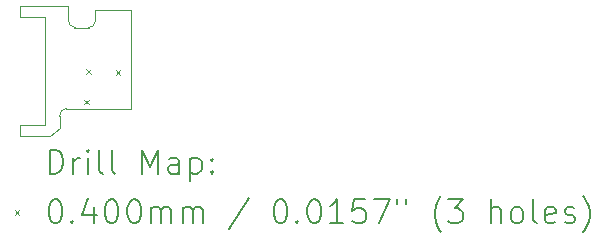
<source format=gbr>
%TF.GenerationSoftware,KiCad,Pcbnew,(6.0.8)*%
%TF.CreationDate,2022-11-07T14:22:21-05:00*%
%TF.ProjectId,3-input-or-gate,332d696e-7075-4742-9d6f-722d67617465,rev?*%
%TF.SameCoordinates,Original*%
%TF.FileFunction,Drillmap*%
%TF.FilePolarity,Positive*%
%FSLAX45Y45*%
G04 Gerber Fmt 4.5, Leading zero omitted, Abs format (unit mm)*
G04 Created by KiCad (PCBNEW (6.0.8)) date 2022-11-07 14:22:21*
%MOMM*%
%LPD*%
G01*
G04 APERTURE LIST*
%ADD10C,0.100000*%
%ADD11C,0.083820*%
%ADD12C,0.088900*%
%ADD13C,0.200000*%
%ADD14C,0.040000*%
G04 APERTURE END LIST*
D10*
X14476000Y-10242000D02*
X14220000Y-10242000D01*
X14476000Y-10242000D02*
X14555000Y-10173000D01*
X14859000Y-9269000D02*
X14859000Y-9169400D01*
D11*
X14611000Y-10007998D02*
G75*
G03*
X14556000Y-10074000I1590J-57242D01*
G01*
D10*
X15163800Y-9169400D02*
X15163800Y-10007600D01*
D12*
X14679000Y-9321800D02*
X14806000Y-9321800D01*
D10*
X14630400Y-9139000D02*
X14630400Y-9270000D01*
X15163800Y-10007600D02*
X14611000Y-10008000D01*
X14220000Y-9138000D02*
X14630000Y-9138000D01*
X14555000Y-10073000D02*
X14555000Y-10173000D01*
X14430000Y-10150000D02*
X14430000Y-9230000D01*
X14430000Y-9230000D02*
X14220000Y-9230000D01*
X14219700Y-10150000D02*
X14430000Y-10150000D01*
X14859000Y-9169400D02*
X15163800Y-9169400D01*
X14220000Y-10242000D02*
X14219700Y-10150000D01*
X14220000Y-9230000D02*
X14220000Y-9140000D01*
D12*
X14796000Y-9322001D02*
G75*
G03*
X14859201Y-9265000I6960J55821D01*
G01*
X14630998Y-9254000D02*
G75*
G03*
X14688000Y-9322000I55402J-11450D01*
G01*
D13*
D14*
X14762500Y-9932500D02*
X14802500Y-9972500D01*
X14802500Y-9932500D02*
X14762500Y-9972500D01*
X14780000Y-9672500D02*
X14820000Y-9712500D01*
X14820000Y-9672500D02*
X14780000Y-9712500D01*
X15030260Y-9683950D02*
X15070260Y-9723950D01*
X15070260Y-9683950D02*
X15030260Y-9723950D01*
D13*
X14472319Y-10557476D02*
X14472319Y-10357476D01*
X14519938Y-10357476D01*
X14548509Y-10367000D01*
X14567557Y-10386048D01*
X14577081Y-10405095D01*
X14586605Y-10443190D01*
X14586605Y-10471762D01*
X14577081Y-10509857D01*
X14567557Y-10528905D01*
X14548509Y-10547952D01*
X14519938Y-10557476D01*
X14472319Y-10557476D01*
X14672319Y-10557476D02*
X14672319Y-10424143D01*
X14672319Y-10462238D02*
X14681843Y-10443190D01*
X14691367Y-10433667D01*
X14710414Y-10424143D01*
X14729462Y-10424143D01*
X14796128Y-10557476D02*
X14796128Y-10424143D01*
X14796128Y-10357476D02*
X14786605Y-10367000D01*
X14796128Y-10376524D01*
X14805652Y-10367000D01*
X14796128Y-10357476D01*
X14796128Y-10376524D01*
X14919938Y-10557476D02*
X14900890Y-10547952D01*
X14891367Y-10528905D01*
X14891367Y-10357476D01*
X15024700Y-10557476D02*
X15005652Y-10547952D01*
X14996128Y-10528905D01*
X14996128Y-10357476D01*
X15253271Y-10557476D02*
X15253271Y-10357476D01*
X15319938Y-10500333D01*
X15386605Y-10357476D01*
X15386605Y-10557476D01*
X15567557Y-10557476D02*
X15567557Y-10452714D01*
X15558033Y-10433667D01*
X15538986Y-10424143D01*
X15500890Y-10424143D01*
X15481843Y-10433667D01*
X15567557Y-10547952D02*
X15548509Y-10557476D01*
X15500890Y-10557476D01*
X15481843Y-10547952D01*
X15472319Y-10528905D01*
X15472319Y-10509857D01*
X15481843Y-10490810D01*
X15500890Y-10481286D01*
X15548509Y-10481286D01*
X15567557Y-10471762D01*
X15662795Y-10424143D02*
X15662795Y-10624143D01*
X15662795Y-10433667D02*
X15681843Y-10424143D01*
X15719938Y-10424143D01*
X15738986Y-10433667D01*
X15748509Y-10443190D01*
X15758033Y-10462238D01*
X15758033Y-10519381D01*
X15748509Y-10538429D01*
X15738986Y-10547952D01*
X15719938Y-10557476D01*
X15681843Y-10557476D01*
X15662795Y-10547952D01*
X15843748Y-10538429D02*
X15853271Y-10547952D01*
X15843748Y-10557476D01*
X15834224Y-10547952D01*
X15843748Y-10538429D01*
X15843748Y-10557476D01*
X15843748Y-10433667D02*
X15853271Y-10443190D01*
X15843748Y-10452714D01*
X15834224Y-10443190D01*
X15843748Y-10433667D01*
X15843748Y-10452714D01*
D14*
X14174700Y-10867000D02*
X14214700Y-10907000D01*
X14214700Y-10867000D02*
X14174700Y-10907000D01*
D13*
X14510414Y-10777476D02*
X14529462Y-10777476D01*
X14548509Y-10787000D01*
X14558033Y-10796524D01*
X14567557Y-10815571D01*
X14577081Y-10853667D01*
X14577081Y-10901286D01*
X14567557Y-10939381D01*
X14558033Y-10958429D01*
X14548509Y-10967952D01*
X14529462Y-10977476D01*
X14510414Y-10977476D01*
X14491367Y-10967952D01*
X14481843Y-10958429D01*
X14472319Y-10939381D01*
X14462795Y-10901286D01*
X14462795Y-10853667D01*
X14472319Y-10815571D01*
X14481843Y-10796524D01*
X14491367Y-10787000D01*
X14510414Y-10777476D01*
X14662795Y-10958429D02*
X14672319Y-10967952D01*
X14662795Y-10977476D01*
X14653271Y-10967952D01*
X14662795Y-10958429D01*
X14662795Y-10977476D01*
X14843748Y-10844143D02*
X14843748Y-10977476D01*
X14796128Y-10767952D02*
X14748509Y-10910810D01*
X14872319Y-10910810D01*
X14986605Y-10777476D02*
X15005652Y-10777476D01*
X15024700Y-10787000D01*
X15034224Y-10796524D01*
X15043748Y-10815571D01*
X15053271Y-10853667D01*
X15053271Y-10901286D01*
X15043748Y-10939381D01*
X15034224Y-10958429D01*
X15024700Y-10967952D01*
X15005652Y-10977476D01*
X14986605Y-10977476D01*
X14967557Y-10967952D01*
X14958033Y-10958429D01*
X14948509Y-10939381D01*
X14938986Y-10901286D01*
X14938986Y-10853667D01*
X14948509Y-10815571D01*
X14958033Y-10796524D01*
X14967557Y-10787000D01*
X14986605Y-10777476D01*
X15177081Y-10777476D02*
X15196128Y-10777476D01*
X15215176Y-10787000D01*
X15224700Y-10796524D01*
X15234224Y-10815571D01*
X15243748Y-10853667D01*
X15243748Y-10901286D01*
X15234224Y-10939381D01*
X15224700Y-10958429D01*
X15215176Y-10967952D01*
X15196128Y-10977476D01*
X15177081Y-10977476D01*
X15158033Y-10967952D01*
X15148509Y-10958429D01*
X15138986Y-10939381D01*
X15129462Y-10901286D01*
X15129462Y-10853667D01*
X15138986Y-10815571D01*
X15148509Y-10796524D01*
X15158033Y-10787000D01*
X15177081Y-10777476D01*
X15329462Y-10977476D02*
X15329462Y-10844143D01*
X15329462Y-10863190D02*
X15338986Y-10853667D01*
X15358033Y-10844143D01*
X15386605Y-10844143D01*
X15405652Y-10853667D01*
X15415176Y-10872714D01*
X15415176Y-10977476D01*
X15415176Y-10872714D02*
X15424700Y-10853667D01*
X15443748Y-10844143D01*
X15472319Y-10844143D01*
X15491367Y-10853667D01*
X15500890Y-10872714D01*
X15500890Y-10977476D01*
X15596128Y-10977476D02*
X15596128Y-10844143D01*
X15596128Y-10863190D02*
X15605652Y-10853667D01*
X15624700Y-10844143D01*
X15653271Y-10844143D01*
X15672319Y-10853667D01*
X15681843Y-10872714D01*
X15681843Y-10977476D01*
X15681843Y-10872714D02*
X15691367Y-10853667D01*
X15710414Y-10844143D01*
X15738986Y-10844143D01*
X15758033Y-10853667D01*
X15767557Y-10872714D01*
X15767557Y-10977476D01*
X16158033Y-10767952D02*
X15986605Y-11025095D01*
X16415176Y-10777476D02*
X16434224Y-10777476D01*
X16453271Y-10787000D01*
X16462795Y-10796524D01*
X16472319Y-10815571D01*
X16481843Y-10853667D01*
X16481843Y-10901286D01*
X16472319Y-10939381D01*
X16462795Y-10958429D01*
X16453271Y-10967952D01*
X16434224Y-10977476D01*
X16415176Y-10977476D01*
X16396128Y-10967952D01*
X16386605Y-10958429D01*
X16377081Y-10939381D01*
X16367557Y-10901286D01*
X16367557Y-10853667D01*
X16377081Y-10815571D01*
X16386605Y-10796524D01*
X16396128Y-10787000D01*
X16415176Y-10777476D01*
X16567557Y-10958429D02*
X16577081Y-10967952D01*
X16567557Y-10977476D01*
X16558033Y-10967952D01*
X16567557Y-10958429D01*
X16567557Y-10977476D01*
X16700890Y-10777476D02*
X16719938Y-10777476D01*
X16738986Y-10787000D01*
X16748509Y-10796524D01*
X16758033Y-10815571D01*
X16767557Y-10853667D01*
X16767557Y-10901286D01*
X16758033Y-10939381D01*
X16748509Y-10958429D01*
X16738986Y-10967952D01*
X16719938Y-10977476D01*
X16700890Y-10977476D01*
X16681843Y-10967952D01*
X16672319Y-10958429D01*
X16662795Y-10939381D01*
X16653271Y-10901286D01*
X16653271Y-10853667D01*
X16662795Y-10815571D01*
X16672319Y-10796524D01*
X16681843Y-10787000D01*
X16700890Y-10777476D01*
X16958033Y-10977476D02*
X16843748Y-10977476D01*
X16900890Y-10977476D02*
X16900890Y-10777476D01*
X16881843Y-10806048D01*
X16862795Y-10825095D01*
X16843748Y-10834619D01*
X17138986Y-10777476D02*
X17043748Y-10777476D01*
X17034224Y-10872714D01*
X17043748Y-10863190D01*
X17062795Y-10853667D01*
X17110414Y-10853667D01*
X17129462Y-10863190D01*
X17138986Y-10872714D01*
X17148510Y-10891762D01*
X17148510Y-10939381D01*
X17138986Y-10958429D01*
X17129462Y-10967952D01*
X17110414Y-10977476D01*
X17062795Y-10977476D01*
X17043748Y-10967952D01*
X17034224Y-10958429D01*
X17215176Y-10777476D02*
X17348510Y-10777476D01*
X17262795Y-10977476D01*
X17415176Y-10777476D02*
X17415176Y-10815571D01*
X17491367Y-10777476D02*
X17491367Y-10815571D01*
X17786605Y-11053667D02*
X17777081Y-11044143D01*
X17758033Y-11015571D01*
X17748510Y-10996524D01*
X17738986Y-10967952D01*
X17729462Y-10920333D01*
X17729462Y-10882238D01*
X17738986Y-10834619D01*
X17748510Y-10806048D01*
X17758033Y-10787000D01*
X17777081Y-10758429D01*
X17786605Y-10748905D01*
X17843748Y-10777476D02*
X17967557Y-10777476D01*
X17900890Y-10853667D01*
X17929462Y-10853667D01*
X17948510Y-10863190D01*
X17958033Y-10872714D01*
X17967557Y-10891762D01*
X17967557Y-10939381D01*
X17958033Y-10958429D01*
X17948510Y-10967952D01*
X17929462Y-10977476D01*
X17872319Y-10977476D01*
X17853271Y-10967952D01*
X17843748Y-10958429D01*
X18205652Y-10977476D02*
X18205652Y-10777476D01*
X18291367Y-10977476D02*
X18291367Y-10872714D01*
X18281843Y-10853667D01*
X18262795Y-10844143D01*
X18234224Y-10844143D01*
X18215176Y-10853667D01*
X18205652Y-10863190D01*
X18415176Y-10977476D02*
X18396129Y-10967952D01*
X18386605Y-10958429D01*
X18377081Y-10939381D01*
X18377081Y-10882238D01*
X18386605Y-10863190D01*
X18396129Y-10853667D01*
X18415176Y-10844143D01*
X18443748Y-10844143D01*
X18462795Y-10853667D01*
X18472319Y-10863190D01*
X18481843Y-10882238D01*
X18481843Y-10939381D01*
X18472319Y-10958429D01*
X18462795Y-10967952D01*
X18443748Y-10977476D01*
X18415176Y-10977476D01*
X18596129Y-10977476D02*
X18577081Y-10967952D01*
X18567557Y-10948905D01*
X18567557Y-10777476D01*
X18748510Y-10967952D02*
X18729462Y-10977476D01*
X18691367Y-10977476D01*
X18672319Y-10967952D01*
X18662795Y-10948905D01*
X18662795Y-10872714D01*
X18672319Y-10853667D01*
X18691367Y-10844143D01*
X18729462Y-10844143D01*
X18748510Y-10853667D01*
X18758033Y-10872714D01*
X18758033Y-10891762D01*
X18662795Y-10910810D01*
X18834224Y-10967952D02*
X18853271Y-10977476D01*
X18891367Y-10977476D01*
X18910414Y-10967952D01*
X18919938Y-10948905D01*
X18919938Y-10939381D01*
X18910414Y-10920333D01*
X18891367Y-10910810D01*
X18862795Y-10910810D01*
X18843748Y-10901286D01*
X18834224Y-10882238D01*
X18834224Y-10872714D01*
X18843748Y-10853667D01*
X18862795Y-10844143D01*
X18891367Y-10844143D01*
X18910414Y-10853667D01*
X18986605Y-11053667D02*
X18996129Y-11044143D01*
X19015176Y-11015571D01*
X19024700Y-10996524D01*
X19034224Y-10967952D01*
X19043748Y-10920333D01*
X19043748Y-10882238D01*
X19034224Y-10834619D01*
X19024700Y-10806048D01*
X19015176Y-10787000D01*
X18996129Y-10758429D01*
X18986605Y-10748905D01*
M02*

</source>
